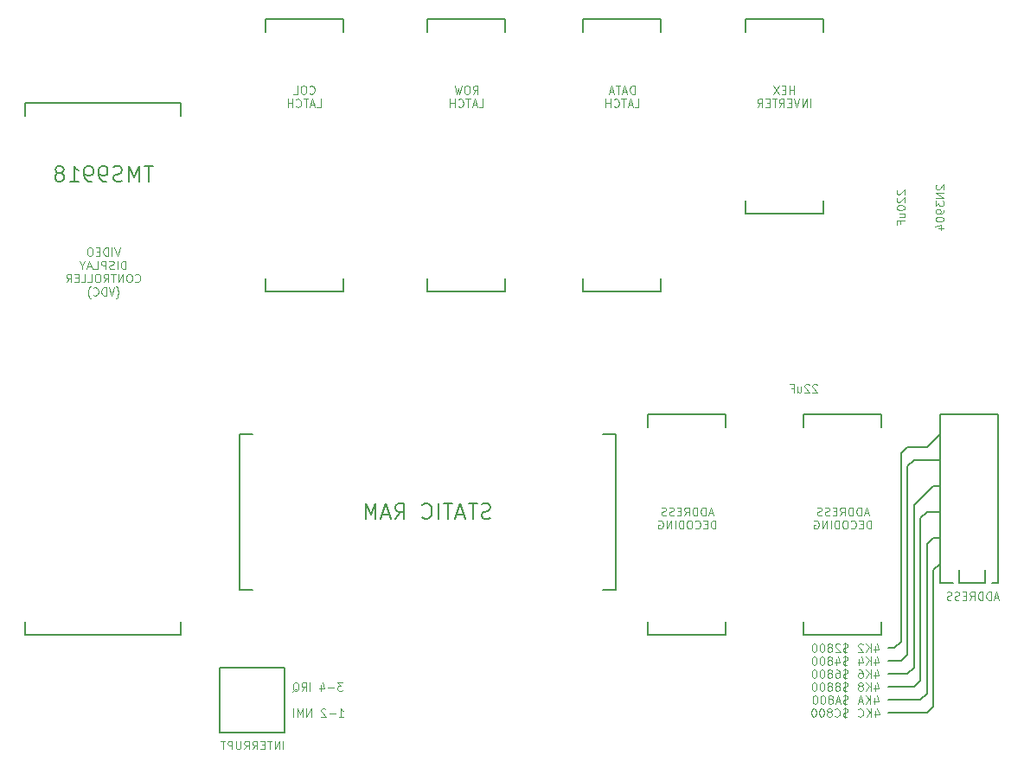
<source format=gbo>
G04 #@! TF.FileFunction,Legend,Bot*
%FSLAX46Y46*%
G04 Gerber Fmt 4.6, Leading zero omitted, Abs format (unit mm)*
G04 Created by KiCad (PCBNEW 4.0.7) date 01/29/20 23:24:51*
%MOMM*%
%LPD*%
G01*
G04 APERTURE LIST*
%ADD10C,0.100000*%
%ADD11C,0.200000*%
%ADD12C,0.150000*%
G04 APERTURE END LIST*
D10*
X123659524Y-144506905D02*
X123659524Y-143706905D01*
X123278572Y-144506905D02*
X123278572Y-143706905D01*
X122821429Y-144506905D01*
X122821429Y-143706905D01*
X122554763Y-143706905D02*
X122097620Y-143706905D01*
X122326191Y-144506905D02*
X122326191Y-143706905D01*
X121830953Y-144087857D02*
X121564286Y-144087857D01*
X121450000Y-144506905D02*
X121830953Y-144506905D01*
X121830953Y-143706905D01*
X121450000Y-143706905D01*
X120650000Y-144506905D02*
X120916667Y-144125952D01*
X121107143Y-144506905D02*
X121107143Y-143706905D01*
X120802381Y-143706905D01*
X120726190Y-143745000D01*
X120688095Y-143783095D01*
X120650000Y-143859286D01*
X120650000Y-143973571D01*
X120688095Y-144049762D01*
X120726190Y-144087857D01*
X120802381Y-144125952D01*
X121107143Y-144125952D01*
X119850000Y-144506905D02*
X120116667Y-144125952D01*
X120307143Y-144506905D02*
X120307143Y-143706905D01*
X120002381Y-143706905D01*
X119926190Y-143745000D01*
X119888095Y-143783095D01*
X119850000Y-143859286D01*
X119850000Y-143973571D01*
X119888095Y-144049762D01*
X119926190Y-144087857D01*
X120002381Y-144125952D01*
X120307143Y-144125952D01*
X119507143Y-143706905D02*
X119507143Y-144354524D01*
X119469048Y-144430714D01*
X119430952Y-144468810D01*
X119354762Y-144506905D01*
X119202381Y-144506905D01*
X119126190Y-144468810D01*
X119088095Y-144430714D01*
X119050000Y-144354524D01*
X119050000Y-143706905D01*
X118669048Y-144506905D02*
X118669048Y-143706905D01*
X118364286Y-143706905D01*
X118288095Y-143745000D01*
X118250000Y-143783095D01*
X118211905Y-143859286D01*
X118211905Y-143973571D01*
X118250000Y-144049762D01*
X118288095Y-144087857D01*
X118364286Y-144125952D01*
X118669048Y-144125952D01*
X117983334Y-143706905D02*
X117526191Y-143706905D01*
X117754762Y-144506905D02*
X117754762Y-143706905D01*
X129488571Y-137991905D02*
X128993333Y-137991905D01*
X129260000Y-138296667D01*
X129145714Y-138296667D01*
X129069524Y-138334762D01*
X129031428Y-138372857D01*
X128993333Y-138449048D01*
X128993333Y-138639524D01*
X129031428Y-138715714D01*
X129069524Y-138753810D01*
X129145714Y-138791905D01*
X129374286Y-138791905D01*
X129450476Y-138753810D01*
X129488571Y-138715714D01*
X128650476Y-138487143D02*
X128040952Y-138487143D01*
X127317143Y-138258571D02*
X127317143Y-138791905D01*
X127507619Y-137953810D02*
X127698095Y-138525238D01*
X127202857Y-138525238D01*
X126288571Y-138791905D02*
X126288571Y-137991905D01*
X125450476Y-138791905D02*
X125717143Y-138410952D01*
X125907619Y-138791905D02*
X125907619Y-137991905D01*
X125602857Y-137991905D01*
X125526666Y-138030000D01*
X125488571Y-138068095D01*
X125450476Y-138144286D01*
X125450476Y-138258571D01*
X125488571Y-138334762D01*
X125526666Y-138372857D01*
X125602857Y-138410952D01*
X125907619Y-138410952D01*
X124574285Y-138868095D02*
X124650476Y-138830000D01*
X124726666Y-138753810D01*
X124840952Y-138639524D01*
X124917143Y-138601429D01*
X124993333Y-138601429D01*
X124955238Y-138791905D02*
X125031428Y-138753810D01*
X125107619Y-138677619D01*
X125145714Y-138525238D01*
X125145714Y-138258571D01*
X125107619Y-138106190D01*
X125031428Y-138030000D01*
X124955238Y-137991905D01*
X124802857Y-137991905D01*
X124726666Y-138030000D01*
X124650476Y-138106190D01*
X124612381Y-138258571D01*
X124612381Y-138525238D01*
X124650476Y-138677619D01*
X124726666Y-138753810D01*
X124802857Y-138791905D01*
X124955238Y-138791905D01*
X129107619Y-141331905D02*
X129564762Y-141331905D01*
X129336191Y-141331905D02*
X129336191Y-140531905D01*
X129412381Y-140646190D01*
X129488572Y-140722381D01*
X129564762Y-140760476D01*
X128764762Y-141027143D02*
X128155238Y-141027143D01*
X127812381Y-140608095D02*
X127774286Y-140570000D01*
X127698095Y-140531905D01*
X127507619Y-140531905D01*
X127431429Y-140570000D01*
X127393333Y-140608095D01*
X127355238Y-140684286D01*
X127355238Y-140760476D01*
X127393333Y-140874762D01*
X127850476Y-141331905D01*
X127355238Y-141331905D01*
X126402857Y-141331905D02*
X126402857Y-140531905D01*
X125945714Y-141331905D01*
X125945714Y-140531905D01*
X125564762Y-141331905D02*
X125564762Y-140531905D01*
X125298095Y-141103333D01*
X125031428Y-140531905D01*
X125031428Y-141331905D01*
X124650476Y-141331905D02*
X124650476Y-140531905D01*
D11*
X117475000Y-142875000D02*
X117475000Y-136525000D01*
X123825000Y-142875000D02*
X117475000Y-142875000D01*
X123825000Y-136525000D02*
X123825000Y-142875000D01*
X117475000Y-136525000D02*
X123825000Y-136525000D01*
D10*
X193649286Y-129673333D02*
X193268334Y-129673333D01*
X193725477Y-129901905D02*
X193458810Y-129101905D01*
X193192143Y-129901905D01*
X192925477Y-129901905D02*
X192925477Y-129101905D01*
X192735001Y-129101905D01*
X192620715Y-129140000D01*
X192544524Y-129216190D01*
X192506429Y-129292381D01*
X192468334Y-129444762D01*
X192468334Y-129559048D01*
X192506429Y-129711429D01*
X192544524Y-129787619D01*
X192620715Y-129863810D01*
X192735001Y-129901905D01*
X192925477Y-129901905D01*
X192125477Y-129901905D02*
X192125477Y-129101905D01*
X191935001Y-129101905D01*
X191820715Y-129140000D01*
X191744524Y-129216190D01*
X191706429Y-129292381D01*
X191668334Y-129444762D01*
X191668334Y-129559048D01*
X191706429Y-129711429D01*
X191744524Y-129787619D01*
X191820715Y-129863810D01*
X191935001Y-129901905D01*
X192125477Y-129901905D01*
X190868334Y-129901905D02*
X191135001Y-129520952D01*
X191325477Y-129901905D02*
X191325477Y-129101905D01*
X191020715Y-129101905D01*
X190944524Y-129140000D01*
X190906429Y-129178095D01*
X190868334Y-129254286D01*
X190868334Y-129368571D01*
X190906429Y-129444762D01*
X190944524Y-129482857D01*
X191020715Y-129520952D01*
X191325477Y-129520952D01*
X190525477Y-129482857D02*
X190258810Y-129482857D01*
X190144524Y-129901905D02*
X190525477Y-129901905D01*
X190525477Y-129101905D01*
X190144524Y-129101905D01*
X189839762Y-129863810D02*
X189725476Y-129901905D01*
X189535000Y-129901905D01*
X189458810Y-129863810D01*
X189420714Y-129825714D01*
X189382619Y-129749524D01*
X189382619Y-129673333D01*
X189420714Y-129597143D01*
X189458810Y-129559048D01*
X189535000Y-129520952D01*
X189687381Y-129482857D01*
X189763572Y-129444762D01*
X189801667Y-129406667D01*
X189839762Y-129330476D01*
X189839762Y-129254286D01*
X189801667Y-129178095D01*
X189763572Y-129140000D01*
X189687381Y-129101905D01*
X189496905Y-129101905D01*
X189382619Y-129140000D01*
X189077857Y-129863810D02*
X188963571Y-129901905D01*
X188773095Y-129901905D01*
X188696905Y-129863810D01*
X188658809Y-129825714D01*
X188620714Y-129749524D01*
X188620714Y-129673333D01*
X188658809Y-129597143D01*
X188696905Y-129559048D01*
X188773095Y-129520952D01*
X188925476Y-129482857D01*
X189001667Y-129444762D01*
X189039762Y-129406667D01*
X189077857Y-129330476D01*
X189077857Y-129254286D01*
X189039762Y-129178095D01*
X189001667Y-129140000D01*
X188925476Y-129101905D01*
X188735000Y-129101905D01*
X188620714Y-129140000D01*
X178917619Y-137483810D02*
X178803333Y-137521905D01*
X178612857Y-137521905D01*
X178536667Y-137483810D01*
X178498571Y-137445714D01*
X178460476Y-137369524D01*
X178460476Y-137293333D01*
X178498571Y-137217143D01*
X178536667Y-137179048D01*
X178612857Y-137140952D01*
X178765238Y-137102857D01*
X178841429Y-137064762D01*
X178879524Y-137026667D01*
X178917619Y-136950476D01*
X178917619Y-136874286D01*
X178879524Y-136798095D01*
X178841429Y-136760000D01*
X178765238Y-136721905D01*
X178574762Y-136721905D01*
X178460476Y-136760000D01*
X178689048Y-136607619D02*
X178689048Y-137636190D01*
X177774762Y-136721905D02*
X177927143Y-136721905D01*
X178003333Y-136760000D01*
X178041428Y-136798095D01*
X178117619Y-136912381D01*
X178155714Y-137064762D01*
X178155714Y-137369524D01*
X178117619Y-137445714D01*
X178079524Y-137483810D01*
X178003333Y-137521905D01*
X177850952Y-137521905D01*
X177774762Y-137483810D01*
X177736666Y-137445714D01*
X177698571Y-137369524D01*
X177698571Y-137179048D01*
X177736666Y-137102857D01*
X177774762Y-137064762D01*
X177850952Y-137026667D01*
X178003333Y-137026667D01*
X178079524Y-137064762D01*
X178117619Y-137102857D01*
X178155714Y-137179048D01*
X177241428Y-137064762D02*
X177317619Y-137026667D01*
X177355714Y-136988571D01*
X177393809Y-136912381D01*
X177393809Y-136874286D01*
X177355714Y-136798095D01*
X177317619Y-136760000D01*
X177241428Y-136721905D01*
X177089047Y-136721905D01*
X177012857Y-136760000D01*
X176974761Y-136798095D01*
X176936666Y-136874286D01*
X176936666Y-136912381D01*
X176974761Y-136988571D01*
X177012857Y-137026667D01*
X177089047Y-137064762D01*
X177241428Y-137064762D01*
X177317619Y-137102857D01*
X177355714Y-137140952D01*
X177393809Y-137217143D01*
X177393809Y-137369524D01*
X177355714Y-137445714D01*
X177317619Y-137483810D01*
X177241428Y-137521905D01*
X177089047Y-137521905D01*
X177012857Y-137483810D01*
X176974761Y-137445714D01*
X176936666Y-137369524D01*
X176936666Y-137217143D01*
X176974761Y-137140952D01*
X177012857Y-137102857D01*
X177089047Y-137064762D01*
X176441428Y-136721905D02*
X176365237Y-136721905D01*
X176289047Y-136760000D01*
X176250952Y-136798095D01*
X176212856Y-136874286D01*
X176174761Y-137026667D01*
X176174761Y-137217143D01*
X176212856Y-137369524D01*
X176250952Y-137445714D01*
X176289047Y-137483810D01*
X176365237Y-137521905D01*
X176441428Y-137521905D01*
X176517618Y-137483810D01*
X176555714Y-137445714D01*
X176593809Y-137369524D01*
X176631904Y-137217143D01*
X176631904Y-137026667D01*
X176593809Y-136874286D01*
X176555714Y-136798095D01*
X176517618Y-136760000D01*
X176441428Y-136721905D01*
X175679523Y-136721905D02*
X175603332Y-136721905D01*
X175527142Y-136760000D01*
X175489047Y-136798095D01*
X175450951Y-136874286D01*
X175412856Y-137026667D01*
X175412856Y-137217143D01*
X175450951Y-137369524D01*
X175489047Y-137445714D01*
X175527142Y-137483810D01*
X175603332Y-137521905D01*
X175679523Y-137521905D01*
X175755713Y-137483810D01*
X175793809Y-137445714D01*
X175831904Y-137369524D01*
X175869999Y-137217143D01*
X175869999Y-137026667D01*
X175831904Y-136874286D01*
X175793809Y-136798095D01*
X175755713Y-136760000D01*
X175679523Y-136721905D01*
X178917619Y-136213810D02*
X178803333Y-136251905D01*
X178612857Y-136251905D01*
X178536667Y-136213810D01*
X178498571Y-136175714D01*
X178460476Y-136099524D01*
X178460476Y-136023333D01*
X178498571Y-135947143D01*
X178536667Y-135909048D01*
X178612857Y-135870952D01*
X178765238Y-135832857D01*
X178841429Y-135794762D01*
X178879524Y-135756667D01*
X178917619Y-135680476D01*
X178917619Y-135604286D01*
X178879524Y-135528095D01*
X178841429Y-135490000D01*
X178765238Y-135451905D01*
X178574762Y-135451905D01*
X178460476Y-135490000D01*
X178689048Y-135337619D02*
X178689048Y-136366190D01*
X177774762Y-135718571D02*
X177774762Y-136251905D01*
X177965238Y-135413810D02*
X178155714Y-135985238D01*
X177660476Y-135985238D01*
X177241428Y-135794762D02*
X177317619Y-135756667D01*
X177355714Y-135718571D01*
X177393809Y-135642381D01*
X177393809Y-135604286D01*
X177355714Y-135528095D01*
X177317619Y-135490000D01*
X177241428Y-135451905D01*
X177089047Y-135451905D01*
X177012857Y-135490000D01*
X176974761Y-135528095D01*
X176936666Y-135604286D01*
X176936666Y-135642381D01*
X176974761Y-135718571D01*
X177012857Y-135756667D01*
X177089047Y-135794762D01*
X177241428Y-135794762D01*
X177317619Y-135832857D01*
X177355714Y-135870952D01*
X177393809Y-135947143D01*
X177393809Y-136099524D01*
X177355714Y-136175714D01*
X177317619Y-136213810D01*
X177241428Y-136251905D01*
X177089047Y-136251905D01*
X177012857Y-136213810D01*
X176974761Y-136175714D01*
X176936666Y-136099524D01*
X176936666Y-135947143D01*
X176974761Y-135870952D01*
X177012857Y-135832857D01*
X177089047Y-135794762D01*
X176441428Y-135451905D02*
X176365237Y-135451905D01*
X176289047Y-135490000D01*
X176250952Y-135528095D01*
X176212856Y-135604286D01*
X176174761Y-135756667D01*
X176174761Y-135947143D01*
X176212856Y-136099524D01*
X176250952Y-136175714D01*
X176289047Y-136213810D01*
X176365237Y-136251905D01*
X176441428Y-136251905D01*
X176517618Y-136213810D01*
X176555714Y-136175714D01*
X176593809Y-136099524D01*
X176631904Y-135947143D01*
X176631904Y-135756667D01*
X176593809Y-135604286D01*
X176555714Y-135528095D01*
X176517618Y-135490000D01*
X176441428Y-135451905D01*
X175679523Y-135451905D02*
X175603332Y-135451905D01*
X175527142Y-135490000D01*
X175489047Y-135528095D01*
X175450951Y-135604286D01*
X175412856Y-135756667D01*
X175412856Y-135947143D01*
X175450951Y-136099524D01*
X175489047Y-136175714D01*
X175527142Y-136213810D01*
X175603332Y-136251905D01*
X175679523Y-136251905D01*
X175755713Y-136213810D01*
X175793809Y-136175714D01*
X175831904Y-136099524D01*
X175869999Y-135947143D01*
X175869999Y-135756667D01*
X175831904Y-135604286D01*
X175793809Y-135528095D01*
X175755713Y-135490000D01*
X175679523Y-135451905D01*
X178917619Y-134943810D02*
X178803333Y-134981905D01*
X178612857Y-134981905D01*
X178536667Y-134943810D01*
X178498571Y-134905714D01*
X178460476Y-134829524D01*
X178460476Y-134753333D01*
X178498571Y-134677143D01*
X178536667Y-134639048D01*
X178612857Y-134600952D01*
X178765238Y-134562857D01*
X178841429Y-134524762D01*
X178879524Y-134486667D01*
X178917619Y-134410476D01*
X178917619Y-134334286D01*
X178879524Y-134258095D01*
X178841429Y-134220000D01*
X178765238Y-134181905D01*
X178574762Y-134181905D01*
X178460476Y-134220000D01*
X178689048Y-134067619D02*
X178689048Y-135096190D01*
X178155714Y-134258095D02*
X178117619Y-134220000D01*
X178041428Y-134181905D01*
X177850952Y-134181905D01*
X177774762Y-134220000D01*
X177736666Y-134258095D01*
X177698571Y-134334286D01*
X177698571Y-134410476D01*
X177736666Y-134524762D01*
X178193809Y-134981905D01*
X177698571Y-134981905D01*
X177241428Y-134524762D02*
X177317619Y-134486667D01*
X177355714Y-134448571D01*
X177393809Y-134372381D01*
X177393809Y-134334286D01*
X177355714Y-134258095D01*
X177317619Y-134220000D01*
X177241428Y-134181905D01*
X177089047Y-134181905D01*
X177012857Y-134220000D01*
X176974761Y-134258095D01*
X176936666Y-134334286D01*
X176936666Y-134372381D01*
X176974761Y-134448571D01*
X177012857Y-134486667D01*
X177089047Y-134524762D01*
X177241428Y-134524762D01*
X177317619Y-134562857D01*
X177355714Y-134600952D01*
X177393809Y-134677143D01*
X177393809Y-134829524D01*
X177355714Y-134905714D01*
X177317619Y-134943810D01*
X177241428Y-134981905D01*
X177089047Y-134981905D01*
X177012857Y-134943810D01*
X176974761Y-134905714D01*
X176936666Y-134829524D01*
X176936666Y-134677143D01*
X176974761Y-134600952D01*
X177012857Y-134562857D01*
X177089047Y-134524762D01*
X176441428Y-134181905D02*
X176365237Y-134181905D01*
X176289047Y-134220000D01*
X176250952Y-134258095D01*
X176212856Y-134334286D01*
X176174761Y-134486667D01*
X176174761Y-134677143D01*
X176212856Y-134829524D01*
X176250952Y-134905714D01*
X176289047Y-134943810D01*
X176365237Y-134981905D01*
X176441428Y-134981905D01*
X176517618Y-134943810D01*
X176555714Y-134905714D01*
X176593809Y-134829524D01*
X176631904Y-134677143D01*
X176631904Y-134486667D01*
X176593809Y-134334286D01*
X176555714Y-134258095D01*
X176517618Y-134220000D01*
X176441428Y-134181905D01*
X175679523Y-134181905D02*
X175603332Y-134181905D01*
X175527142Y-134220000D01*
X175489047Y-134258095D01*
X175450951Y-134334286D01*
X175412856Y-134486667D01*
X175412856Y-134677143D01*
X175450951Y-134829524D01*
X175489047Y-134905714D01*
X175527142Y-134943810D01*
X175603332Y-134981905D01*
X175679523Y-134981905D01*
X175755713Y-134943810D01*
X175793809Y-134905714D01*
X175831904Y-134829524D01*
X175869999Y-134677143D01*
X175869999Y-134486667D01*
X175831904Y-134334286D01*
X175793809Y-134258095D01*
X175755713Y-134220000D01*
X175679523Y-134181905D01*
X178917619Y-138753810D02*
X178803333Y-138791905D01*
X178612857Y-138791905D01*
X178536667Y-138753810D01*
X178498571Y-138715714D01*
X178460476Y-138639524D01*
X178460476Y-138563333D01*
X178498571Y-138487143D01*
X178536667Y-138449048D01*
X178612857Y-138410952D01*
X178765238Y-138372857D01*
X178841429Y-138334762D01*
X178879524Y-138296667D01*
X178917619Y-138220476D01*
X178917619Y-138144286D01*
X178879524Y-138068095D01*
X178841429Y-138030000D01*
X178765238Y-137991905D01*
X178574762Y-137991905D01*
X178460476Y-138030000D01*
X178689048Y-137877619D02*
X178689048Y-138906190D01*
X178003333Y-138334762D02*
X178079524Y-138296667D01*
X178117619Y-138258571D01*
X178155714Y-138182381D01*
X178155714Y-138144286D01*
X178117619Y-138068095D01*
X178079524Y-138030000D01*
X178003333Y-137991905D01*
X177850952Y-137991905D01*
X177774762Y-138030000D01*
X177736666Y-138068095D01*
X177698571Y-138144286D01*
X177698571Y-138182381D01*
X177736666Y-138258571D01*
X177774762Y-138296667D01*
X177850952Y-138334762D01*
X178003333Y-138334762D01*
X178079524Y-138372857D01*
X178117619Y-138410952D01*
X178155714Y-138487143D01*
X178155714Y-138639524D01*
X178117619Y-138715714D01*
X178079524Y-138753810D01*
X178003333Y-138791905D01*
X177850952Y-138791905D01*
X177774762Y-138753810D01*
X177736666Y-138715714D01*
X177698571Y-138639524D01*
X177698571Y-138487143D01*
X177736666Y-138410952D01*
X177774762Y-138372857D01*
X177850952Y-138334762D01*
X177241428Y-138334762D02*
X177317619Y-138296667D01*
X177355714Y-138258571D01*
X177393809Y-138182381D01*
X177393809Y-138144286D01*
X177355714Y-138068095D01*
X177317619Y-138030000D01*
X177241428Y-137991905D01*
X177089047Y-137991905D01*
X177012857Y-138030000D01*
X176974761Y-138068095D01*
X176936666Y-138144286D01*
X176936666Y-138182381D01*
X176974761Y-138258571D01*
X177012857Y-138296667D01*
X177089047Y-138334762D01*
X177241428Y-138334762D01*
X177317619Y-138372857D01*
X177355714Y-138410952D01*
X177393809Y-138487143D01*
X177393809Y-138639524D01*
X177355714Y-138715714D01*
X177317619Y-138753810D01*
X177241428Y-138791905D01*
X177089047Y-138791905D01*
X177012857Y-138753810D01*
X176974761Y-138715714D01*
X176936666Y-138639524D01*
X176936666Y-138487143D01*
X176974761Y-138410952D01*
X177012857Y-138372857D01*
X177089047Y-138334762D01*
X176441428Y-137991905D02*
X176365237Y-137991905D01*
X176289047Y-138030000D01*
X176250952Y-138068095D01*
X176212856Y-138144286D01*
X176174761Y-138296667D01*
X176174761Y-138487143D01*
X176212856Y-138639524D01*
X176250952Y-138715714D01*
X176289047Y-138753810D01*
X176365237Y-138791905D01*
X176441428Y-138791905D01*
X176517618Y-138753810D01*
X176555714Y-138715714D01*
X176593809Y-138639524D01*
X176631904Y-138487143D01*
X176631904Y-138296667D01*
X176593809Y-138144286D01*
X176555714Y-138068095D01*
X176517618Y-138030000D01*
X176441428Y-137991905D01*
X175679523Y-137991905D02*
X175603332Y-137991905D01*
X175527142Y-138030000D01*
X175489047Y-138068095D01*
X175450951Y-138144286D01*
X175412856Y-138296667D01*
X175412856Y-138487143D01*
X175450951Y-138639524D01*
X175489047Y-138715714D01*
X175527142Y-138753810D01*
X175603332Y-138791905D01*
X175679523Y-138791905D01*
X175755713Y-138753810D01*
X175793809Y-138715714D01*
X175831904Y-138639524D01*
X175869999Y-138487143D01*
X175869999Y-138296667D01*
X175831904Y-138144286D01*
X175793809Y-138068095D01*
X175755713Y-138030000D01*
X175679523Y-137991905D01*
X178917619Y-140023810D02*
X178803333Y-140061905D01*
X178612857Y-140061905D01*
X178536667Y-140023810D01*
X178498571Y-139985714D01*
X178460476Y-139909524D01*
X178460476Y-139833333D01*
X178498571Y-139757143D01*
X178536667Y-139719048D01*
X178612857Y-139680952D01*
X178765238Y-139642857D01*
X178841429Y-139604762D01*
X178879524Y-139566667D01*
X178917619Y-139490476D01*
X178917619Y-139414286D01*
X178879524Y-139338095D01*
X178841429Y-139300000D01*
X178765238Y-139261905D01*
X178574762Y-139261905D01*
X178460476Y-139300000D01*
X178689048Y-139147619D02*
X178689048Y-140176190D01*
X178155714Y-139833333D02*
X177774762Y-139833333D01*
X178231905Y-140061905D02*
X177965238Y-139261905D01*
X177698571Y-140061905D01*
X177317619Y-139604762D02*
X177393810Y-139566667D01*
X177431905Y-139528571D01*
X177470000Y-139452381D01*
X177470000Y-139414286D01*
X177431905Y-139338095D01*
X177393810Y-139300000D01*
X177317619Y-139261905D01*
X177165238Y-139261905D01*
X177089048Y-139300000D01*
X177050952Y-139338095D01*
X177012857Y-139414286D01*
X177012857Y-139452381D01*
X177050952Y-139528571D01*
X177089048Y-139566667D01*
X177165238Y-139604762D01*
X177317619Y-139604762D01*
X177393810Y-139642857D01*
X177431905Y-139680952D01*
X177470000Y-139757143D01*
X177470000Y-139909524D01*
X177431905Y-139985714D01*
X177393810Y-140023810D01*
X177317619Y-140061905D01*
X177165238Y-140061905D01*
X177089048Y-140023810D01*
X177050952Y-139985714D01*
X177012857Y-139909524D01*
X177012857Y-139757143D01*
X177050952Y-139680952D01*
X177089048Y-139642857D01*
X177165238Y-139604762D01*
X176517619Y-139261905D02*
X176441428Y-139261905D01*
X176365238Y-139300000D01*
X176327143Y-139338095D01*
X176289047Y-139414286D01*
X176250952Y-139566667D01*
X176250952Y-139757143D01*
X176289047Y-139909524D01*
X176327143Y-139985714D01*
X176365238Y-140023810D01*
X176441428Y-140061905D01*
X176517619Y-140061905D01*
X176593809Y-140023810D01*
X176631905Y-139985714D01*
X176670000Y-139909524D01*
X176708095Y-139757143D01*
X176708095Y-139566667D01*
X176670000Y-139414286D01*
X176631905Y-139338095D01*
X176593809Y-139300000D01*
X176517619Y-139261905D01*
X175755714Y-139261905D02*
X175679523Y-139261905D01*
X175603333Y-139300000D01*
X175565238Y-139338095D01*
X175527142Y-139414286D01*
X175489047Y-139566667D01*
X175489047Y-139757143D01*
X175527142Y-139909524D01*
X175565238Y-139985714D01*
X175603333Y-140023810D01*
X175679523Y-140061905D01*
X175755714Y-140061905D01*
X175831904Y-140023810D01*
X175870000Y-139985714D01*
X175908095Y-139909524D01*
X175946190Y-139757143D01*
X175946190Y-139566667D01*
X175908095Y-139414286D01*
X175870000Y-139338095D01*
X175831904Y-139300000D01*
X175755714Y-139261905D01*
X178917619Y-141293810D02*
X178803333Y-141331905D01*
X178612857Y-141331905D01*
X178536667Y-141293810D01*
X178498571Y-141255714D01*
X178460476Y-141179524D01*
X178460476Y-141103333D01*
X178498571Y-141027143D01*
X178536667Y-140989048D01*
X178612857Y-140950952D01*
X178765238Y-140912857D01*
X178841429Y-140874762D01*
X178879524Y-140836667D01*
X178917619Y-140760476D01*
X178917619Y-140684286D01*
X178879524Y-140608095D01*
X178841429Y-140570000D01*
X178765238Y-140531905D01*
X178574762Y-140531905D01*
X178460476Y-140570000D01*
X178689048Y-140417619D02*
X178689048Y-141446190D01*
X177660476Y-141255714D02*
X177698571Y-141293810D01*
X177812857Y-141331905D01*
X177889047Y-141331905D01*
X178003333Y-141293810D01*
X178079524Y-141217619D01*
X178117619Y-141141429D01*
X178155714Y-140989048D01*
X178155714Y-140874762D01*
X178117619Y-140722381D01*
X178079524Y-140646190D01*
X178003333Y-140570000D01*
X177889047Y-140531905D01*
X177812857Y-140531905D01*
X177698571Y-140570000D01*
X177660476Y-140608095D01*
X177203333Y-140874762D02*
X177279524Y-140836667D01*
X177317619Y-140798571D01*
X177355714Y-140722381D01*
X177355714Y-140684286D01*
X177317619Y-140608095D01*
X177279524Y-140570000D01*
X177203333Y-140531905D01*
X177050952Y-140531905D01*
X176974762Y-140570000D01*
X176936666Y-140608095D01*
X176898571Y-140684286D01*
X176898571Y-140722381D01*
X176936666Y-140798571D01*
X176974762Y-140836667D01*
X177050952Y-140874762D01*
X177203333Y-140874762D01*
X177279524Y-140912857D01*
X177317619Y-140950952D01*
X177355714Y-141027143D01*
X177355714Y-141179524D01*
X177317619Y-141255714D01*
X177279524Y-141293810D01*
X177203333Y-141331905D01*
X177050952Y-141331905D01*
X176974762Y-141293810D01*
X176936666Y-141255714D01*
X176898571Y-141179524D01*
X176898571Y-141027143D01*
X176936666Y-140950952D01*
X176974762Y-140912857D01*
X177050952Y-140874762D01*
X176403333Y-140531905D02*
X176327142Y-140531905D01*
X176250952Y-140570000D01*
X176212857Y-140608095D01*
X176174761Y-140684286D01*
X176136666Y-140836667D01*
X176136666Y-141027143D01*
X176174761Y-141179524D01*
X176212857Y-141255714D01*
X176250952Y-141293810D01*
X176327142Y-141331905D01*
X176403333Y-141331905D01*
X176479523Y-141293810D01*
X176517619Y-141255714D01*
X176555714Y-141179524D01*
X176593809Y-141027143D01*
X176593809Y-140836667D01*
X176555714Y-140684286D01*
X176517619Y-140608095D01*
X176479523Y-140570000D01*
X176403333Y-140531905D01*
X175641428Y-140531905D02*
X175565237Y-140531905D01*
X175489047Y-140570000D01*
X175450952Y-140608095D01*
X175412856Y-140684286D01*
X175374761Y-140836667D01*
X175374761Y-141027143D01*
X175412856Y-141179524D01*
X175450952Y-141255714D01*
X175489047Y-141293810D01*
X175565237Y-141331905D01*
X175641428Y-141331905D01*
X175717618Y-141293810D01*
X175755714Y-141255714D01*
X175793809Y-141179524D01*
X175831904Y-141027143D01*
X175831904Y-140836667D01*
X175793809Y-140684286D01*
X175755714Y-140608095D01*
X175717618Y-140570000D01*
X175641428Y-140531905D01*
D11*
X182880000Y-140970000D02*
X186690000Y-140970000D01*
X182880000Y-139700000D02*
X186055000Y-139700000D01*
X182880000Y-138430000D02*
X185420000Y-138430000D01*
X182880000Y-137160000D02*
X184785000Y-137160000D01*
X182880000Y-135890000D02*
X184150000Y-135890000D01*
X183515000Y-134620000D02*
X182880000Y-134620000D01*
X187325000Y-140335000D02*
X186690000Y-140970000D01*
X187325000Y-127000000D02*
X187325000Y-140335000D01*
X187960000Y-126365000D02*
X187325000Y-127000000D01*
X187325000Y-123825000D02*
X187960000Y-123825000D01*
X186690000Y-124460000D02*
X187325000Y-123825000D01*
X186690000Y-139065000D02*
X186690000Y-124460000D01*
X186055000Y-139700000D02*
X186690000Y-139065000D01*
X186055000Y-137795000D02*
X185420000Y-138430000D01*
X186055000Y-121920000D02*
X186055000Y-137795000D01*
X186690000Y-121285000D02*
X186055000Y-121920000D01*
X187960000Y-121285000D02*
X186690000Y-121285000D01*
X187325000Y-118745000D02*
X186055000Y-120015000D01*
X187960000Y-118745000D02*
X187325000Y-118745000D01*
X193675000Y-111760000D02*
X187960000Y-111760000D01*
X193675000Y-128270000D02*
X193675000Y-111760000D01*
X193040000Y-128270000D02*
X193675000Y-128270000D01*
X187960000Y-128270000D02*
X189230000Y-128270000D01*
X192405000Y-128270000D02*
X192405000Y-127000000D01*
X189865000Y-128270000D02*
X192405000Y-128270000D01*
X189865000Y-127000000D02*
X189865000Y-128270000D01*
X187960000Y-111760000D02*
X187960000Y-128270000D01*
X185420000Y-136525000D02*
X184785000Y-137160000D01*
X185420000Y-120650000D02*
X185420000Y-136525000D01*
X186055000Y-120015000D02*
X185420000Y-120650000D01*
X184785000Y-135255000D02*
X184150000Y-135890000D01*
X184785000Y-116840000D02*
X184785000Y-135255000D01*
X185420000Y-116205000D02*
X184785000Y-116840000D01*
X187960000Y-116205000D02*
X185420000Y-116205000D01*
X184150000Y-133985000D02*
X183515000Y-134620000D01*
X184150000Y-115570000D02*
X184150000Y-133985000D01*
X184785000Y-114935000D02*
X184150000Y-115570000D01*
X186690000Y-114935000D02*
X184785000Y-114935000D01*
X187960000Y-113665000D02*
X186690000Y-114935000D01*
D10*
X181622619Y-140798571D02*
X181622619Y-141331905D01*
X181813095Y-140493810D02*
X182003571Y-141065238D01*
X181508333Y-141065238D01*
X181203571Y-141331905D02*
X181203571Y-140531905D01*
X180746428Y-141331905D02*
X181089285Y-140874762D01*
X180746428Y-140531905D02*
X181203571Y-140989048D01*
X179946428Y-141255714D02*
X179984523Y-141293810D01*
X180098809Y-141331905D01*
X180174999Y-141331905D01*
X180289285Y-141293810D01*
X180365476Y-141217619D01*
X180403571Y-141141429D01*
X180441666Y-140989048D01*
X180441666Y-140874762D01*
X180403571Y-140722381D01*
X180365476Y-140646190D01*
X180289285Y-140570000D01*
X180174999Y-140531905D01*
X180098809Y-140531905D01*
X179984523Y-140570000D01*
X179946428Y-140608095D01*
X181565476Y-139528571D02*
X181565476Y-140061905D01*
X181755952Y-139223810D02*
X181946428Y-139795238D01*
X181451190Y-139795238D01*
X181146428Y-140061905D02*
X181146428Y-139261905D01*
X180689285Y-140061905D02*
X181032142Y-139604762D01*
X180689285Y-139261905D02*
X181146428Y-139719048D01*
X180384523Y-139833333D02*
X180003571Y-139833333D01*
X180460714Y-140061905D02*
X180194047Y-139261905D01*
X179927380Y-140061905D01*
X181603572Y-138258571D02*
X181603572Y-138791905D01*
X181794048Y-137953810D02*
X181984524Y-138525238D01*
X181489286Y-138525238D01*
X181184524Y-138791905D02*
X181184524Y-137991905D01*
X180727381Y-138791905D02*
X181070238Y-138334762D01*
X180727381Y-137991905D02*
X181184524Y-138449048D01*
X180270238Y-138334762D02*
X180346429Y-138296667D01*
X180384524Y-138258571D01*
X180422619Y-138182381D01*
X180422619Y-138144286D01*
X180384524Y-138068095D01*
X180346429Y-138030000D01*
X180270238Y-137991905D01*
X180117857Y-137991905D01*
X180041667Y-138030000D01*
X180003571Y-138068095D01*
X179965476Y-138144286D01*
X179965476Y-138182381D01*
X180003571Y-138258571D01*
X180041667Y-138296667D01*
X180117857Y-138334762D01*
X180270238Y-138334762D01*
X180346429Y-138372857D01*
X180384524Y-138410952D01*
X180422619Y-138487143D01*
X180422619Y-138639524D01*
X180384524Y-138715714D01*
X180346429Y-138753810D01*
X180270238Y-138791905D01*
X180117857Y-138791905D01*
X180041667Y-138753810D01*
X180003571Y-138715714D01*
X179965476Y-138639524D01*
X179965476Y-138487143D01*
X180003571Y-138410952D01*
X180041667Y-138372857D01*
X180117857Y-138334762D01*
X181603572Y-136988571D02*
X181603572Y-137521905D01*
X181794048Y-136683810D02*
X181984524Y-137255238D01*
X181489286Y-137255238D01*
X181184524Y-137521905D02*
X181184524Y-136721905D01*
X180727381Y-137521905D02*
X181070238Y-137064762D01*
X180727381Y-136721905D02*
X181184524Y-137179048D01*
X180041667Y-136721905D02*
X180194048Y-136721905D01*
X180270238Y-136760000D01*
X180308333Y-136798095D01*
X180384524Y-136912381D01*
X180422619Y-137064762D01*
X180422619Y-137369524D01*
X180384524Y-137445714D01*
X180346429Y-137483810D01*
X180270238Y-137521905D01*
X180117857Y-137521905D01*
X180041667Y-137483810D01*
X180003571Y-137445714D01*
X179965476Y-137369524D01*
X179965476Y-137179048D01*
X180003571Y-137102857D01*
X180041667Y-137064762D01*
X180117857Y-137026667D01*
X180270238Y-137026667D01*
X180346429Y-137064762D01*
X180384524Y-137102857D01*
X180422619Y-137179048D01*
X181603572Y-135718571D02*
X181603572Y-136251905D01*
X181794048Y-135413810D02*
X181984524Y-135985238D01*
X181489286Y-135985238D01*
X181184524Y-136251905D02*
X181184524Y-135451905D01*
X180727381Y-136251905D02*
X181070238Y-135794762D01*
X180727381Y-135451905D02*
X181184524Y-135909048D01*
X180041667Y-135718571D02*
X180041667Y-136251905D01*
X180232143Y-135413810D02*
X180422619Y-135985238D01*
X179927381Y-135985238D01*
X181603572Y-134448571D02*
X181603572Y-134981905D01*
X181794048Y-134143810D02*
X181984524Y-134715238D01*
X181489286Y-134715238D01*
X181184524Y-134981905D02*
X181184524Y-134181905D01*
X180727381Y-134981905D02*
X181070238Y-134524762D01*
X180727381Y-134181905D02*
X181184524Y-134639048D01*
X180422619Y-134258095D02*
X180384524Y-134220000D01*
X180308333Y-134181905D01*
X180117857Y-134181905D01*
X180041667Y-134220000D01*
X180003571Y-134258095D01*
X179965476Y-134334286D01*
X179965476Y-134410476D01*
X180003571Y-134524762D01*
X180460714Y-134981905D01*
X179965476Y-134981905D01*
D12*
X143937857Y-121892143D02*
X143723571Y-121963571D01*
X143366428Y-121963571D01*
X143223571Y-121892143D01*
X143152142Y-121820714D01*
X143080714Y-121677857D01*
X143080714Y-121535000D01*
X143152142Y-121392143D01*
X143223571Y-121320714D01*
X143366428Y-121249286D01*
X143652142Y-121177857D01*
X143795000Y-121106429D01*
X143866428Y-121035000D01*
X143937857Y-120892143D01*
X143937857Y-120749286D01*
X143866428Y-120606429D01*
X143795000Y-120535000D01*
X143652142Y-120463571D01*
X143295000Y-120463571D01*
X143080714Y-120535000D01*
X142652143Y-120463571D02*
X141795000Y-120463571D01*
X142223571Y-121963571D02*
X142223571Y-120463571D01*
X141366429Y-121535000D02*
X140652143Y-121535000D01*
X141509286Y-121963571D02*
X141009286Y-120463571D01*
X140509286Y-121963571D01*
X140223572Y-120463571D02*
X139366429Y-120463571D01*
X139795000Y-121963571D02*
X139795000Y-120463571D01*
X138866429Y-121963571D02*
X138866429Y-120463571D01*
X137295000Y-121820714D02*
X137366429Y-121892143D01*
X137580715Y-121963571D01*
X137723572Y-121963571D01*
X137937857Y-121892143D01*
X138080715Y-121749286D01*
X138152143Y-121606429D01*
X138223572Y-121320714D01*
X138223572Y-121106429D01*
X138152143Y-120820714D01*
X138080715Y-120677857D01*
X137937857Y-120535000D01*
X137723572Y-120463571D01*
X137580715Y-120463571D01*
X137366429Y-120535000D01*
X137295000Y-120606429D01*
X134652143Y-121963571D02*
X135152143Y-121249286D01*
X135509286Y-121963571D02*
X135509286Y-120463571D01*
X134937858Y-120463571D01*
X134795000Y-120535000D01*
X134723572Y-120606429D01*
X134652143Y-120749286D01*
X134652143Y-120963571D01*
X134723572Y-121106429D01*
X134795000Y-121177857D01*
X134937858Y-121249286D01*
X135509286Y-121249286D01*
X134080715Y-121535000D02*
X133366429Y-121535000D01*
X134223572Y-121963571D02*
X133723572Y-120463571D01*
X133223572Y-121963571D01*
X132723572Y-121963571D02*
X132723572Y-120463571D01*
X132223572Y-121535000D01*
X131723572Y-120463571D01*
X131723572Y-121963571D01*
D10*
X107683095Y-95401905D02*
X107416428Y-96201905D01*
X107149761Y-95401905D01*
X106883095Y-96201905D02*
X106883095Y-95401905D01*
X106502143Y-96201905D02*
X106502143Y-95401905D01*
X106311667Y-95401905D01*
X106197381Y-95440000D01*
X106121190Y-95516190D01*
X106083095Y-95592381D01*
X106045000Y-95744762D01*
X106045000Y-95859048D01*
X106083095Y-96011429D01*
X106121190Y-96087619D01*
X106197381Y-96163810D01*
X106311667Y-96201905D01*
X106502143Y-96201905D01*
X105702143Y-95782857D02*
X105435476Y-95782857D01*
X105321190Y-96201905D02*
X105702143Y-96201905D01*
X105702143Y-95401905D01*
X105321190Y-95401905D01*
X104825952Y-95401905D02*
X104673571Y-95401905D01*
X104597380Y-95440000D01*
X104521190Y-95516190D01*
X104483095Y-95668571D01*
X104483095Y-95935238D01*
X104521190Y-96087619D01*
X104597380Y-96163810D01*
X104673571Y-96201905D01*
X104825952Y-96201905D01*
X104902142Y-96163810D01*
X104978333Y-96087619D01*
X105016428Y-95935238D01*
X105016428Y-95668571D01*
X104978333Y-95516190D01*
X104902142Y-95440000D01*
X104825952Y-95401905D01*
X108235476Y-97501905D02*
X108235476Y-96701905D01*
X108045000Y-96701905D01*
X107930714Y-96740000D01*
X107854523Y-96816190D01*
X107816428Y-96892381D01*
X107778333Y-97044762D01*
X107778333Y-97159048D01*
X107816428Y-97311429D01*
X107854523Y-97387619D01*
X107930714Y-97463810D01*
X108045000Y-97501905D01*
X108235476Y-97501905D01*
X107435476Y-97501905D02*
X107435476Y-96701905D01*
X107092619Y-97463810D02*
X106978333Y-97501905D01*
X106787857Y-97501905D01*
X106711667Y-97463810D01*
X106673571Y-97425714D01*
X106635476Y-97349524D01*
X106635476Y-97273333D01*
X106673571Y-97197143D01*
X106711667Y-97159048D01*
X106787857Y-97120952D01*
X106940238Y-97082857D01*
X107016429Y-97044762D01*
X107054524Y-97006667D01*
X107092619Y-96930476D01*
X107092619Y-96854286D01*
X107054524Y-96778095D01*
X107016429Y-96740000D01*
X106940238Y-96701905D01*
X106749762Y-96701905D01*
X106635476Y-96740000D01*
X106292619Y-97501905D02*
X106292619Y-96701905D01*
X105987857Y-96701905D01*
X105911666Y-96740000D01*
X105873571Y-96778095D01*
X105835476Y-96854286D01*
X105835476Y-96968571D01*
X105873571Y-97044762D01*
X105911666Y-97082857D01*
X105987857Y-97120952D01*
X106292619Y-97120952D01*
X105111666Y-97501905D02*
X105492619Y-97501905D01*
X105492619Y-96701905D01*
X104883095Y-97273333D02*
X104502143Y-97273333D01*
X104959286Y-97501905D02*
X104692619Y-96701905D01*
X104425952Y-97501905D01*
X104006905Y-97120952D02*
X104006905Y-97501905D01*
X104273572Y-96701905D02*
X104006905Y-97120952D01*
X103740238Y-96701905D01*
X109168809Y-98725714D02*
X109206904Y-98763810D01*
X109321190Y-98801905D01*
X109397380Y-98801905D01*
X109511666Y-98763810D01*
X109587857Y-98687619D01*
X109625952Y-98611429D01*
X109664047Y-98459048D01*
X109664047Y-98344762D01*
X109625952Y-98192381D01*
X109587857Y-98116190D01*
X109511666Y-98040000D01*
X109397380Y-98001905D01*
X109321190Y-98001905D01*
X109206904Y-98040000D01*
X109168809Y-98078095D01*
X108673571Y-98001905D02*
X108521190Y-98001905D01*
X108444999Y-98040000D01*
X108368809Y-98116190D01*
X108330714Y-98268571D01*
X108330714Y-98535238D01*
X108368809Y-98687619D01*
X108444999Y-98763810D01*
X108521190Y-98801905D01*
X108673571Y-98801905D01*
X108749761Y-98763810D01*
X108825952Y-98687619D01*
X108864047Y-98535238D01*
X108864047Y-98268571D01*
X108825952Y-98116190D01*
X108749761Y-98040000D01*
X108673571Y-98001905D01*
X107987857Y-98801905D02*
X107987857Y-98001905D01*
X107530714Y-98801905D01*
X107530714Y-98001905D01*
X107264048Y-98001905D02*
X106806905Y-98001905D01*
X107035476Y-98801905D02*
X107035476Y-98001905D01*
X106083095Y-98801905D02*
X106349762Y-98420952D01*
X106540238Y-98801905D02*
X106540238Y-98001905D01*
X106235476Y-98001905D01*
X106159285Y-98040000D01*
X106121190Y-98078095D01*
X106083095Y-98154286D01*
X106083095Y-98268571D01*
X106121190Y-98344762D01*
X106159285Y-98382857D01*
X106235476Y-98420952D01*
X106540238Y-98420952D01*
X105587857Y-98001905D02*
X105435476Y-98001905D01*
X105359285Y-98040000D01*
X105283095Y-98116190D01*
X105245000Y-98268571D01*
X105245000Y-98535238D01*
X105283095Y-98687619D01*
X105359285Y-98763810D01*
X105435476Y-98801905D01*
X105587857Y-98801905D01*
X105664047Y-98763810D01*
X105740238Y-98687619D01*
X105778333Y-98535238D01*
X105778333Y-98268571D01*
X105740238Y-98116190D01*
X105664047Y-98040000D01*
X105587857Y-98001905D01*
X104521190Y-98801905D02*
X104902143Y-98801905D01*
X104902143Y-98001905D01*
X103873571Y-98801905D02*
X104254524Y-98801905D01*
X104254524Y-98001905D01*
X103606905Y-98382857D02*
X103340238Y-98382857D01*
X103225952Y-98801905D02*
X103606905Y-98801905D01*
X103606905Y-98001905D01*
X103225952Y-98001905D01*
X102425952Y-98801905D02*
X102692619Y-98420952D01*
X102883095Y-98801905D02*
X102883095Y-98001905D01*
X102578333Y-98001905D01*
X102502142Y-98040000D01*
X102464047Y-98078095D01*
X102425952Y-98154286D01*
X102425952Y-98268571D01*
X102464047Y-98344762D01*
X102502142Y-98382857D01*
X102578333Y-98420952D01*
X102883095Y-98420952D01*
X107302142Y-100406667D02*
X107340238Y-100368571D01*
X107416428Y-100254286D01*
X107454523Y-100178095D01*
X107492619Y-100063810D01*
X107530714Y-99873333D01*
X107530714Y-99720952D01*
X107492619Y-99530476D01*
X107454523Y-99416190D01*
X107416428Y-99340000D01*
X107340238Y-99225714D01*
X107302142Y-99187619D01*
X107111667Y-99301905D02*
X106845000Y-100101905D01*
X106578333Y-99301905D01*
X106311667Y-100101905D02*
X106311667Y-99301905D01*
X106121191Y-99301905D01*
X106006905Y-99340000D01*
X105930714Y-99416190D01*
X105892619Y-99492381D01*
X105854524Y-99644762D01*
X105854524Y-99759048D01*
X105892619Y-99911429D01*
X105930714Y-99987619D01*
X106006905Y-100063810D01*
X106121191Y-100101905D01*
X106311667Y-100101905D01*
X105054524Y-100025714D02*
X105092619Y-100063810D01*
X105206905Y-100101905D01*
X105283095Y-100101905D01*
X105397381Y-100063810D01*
X105473572Y-99987619D01*
X105511667Y-99911429D01*
X105549762Y-99759048D01*
X105549762Y-99644762D01*
X105511667Y-99492381D01*
X105473572Y-99416190D01*
X105397381Y-99340000D01*
X105283095Y-99301905D01*
X105206905Y-99301905D01*
X105092619Y-99340000D01*
X105054524Y-99378095D01*
X104787857Y-100406667D02*
X104749762Y-100368571D01*
X104673572Y-100254286D01*
X104635476Y-100178095D01*
X104597381Y-100063810D01*
X104559286Y-99873333D01*
X104559286Y-99720952D01*
X104597381Y-99530476D01*
X104635476Y-99416190D01*
X104673572Y-99340000D01*
X104749762Y-99225714D01*
X104787857Y-99187619D01*
D12*
X110902142Y-87443571D02*
X110044999Y-87443571D01*
X110473570Y-88943571D02*
X110473570Y-87443571D01*
X109544999Y-88943571D02*
X109544999Y-87443571D01*
X109044999Y-88515000D01*
X108544999Y-87443571D01*
X108544999Y-88943571D01*
X107902142Y-88872143D02*
X107687856Y-88943571D01*
X107330713Y-88943571D01*
X107187856Y-88872143D01*
X107116427Y-88800714D01*
X107044999Y-88657857D01*
X107044999Y-88515000D01*
X107116427Y-88372143D01*
X107187856Y-88300714D01*
X107330713Y-88229286D01*
X107616427Y-88157857D01*
X107759285Y-88086429D01*
X107830713Y-88015000D01*
X107902142Y-87872143D01*
X107902142Y-87729286D01*
X107830713Y-87586429D01*
X107759285Y-87515000D01*
X107616427Y-87443571D01*
X107259285Y-87443571D01*
X107044999Y-87515000D01*
X106330714Y-88943571D02*
X106044999Y-88943571D01*
X105902142Y-88872143D01*
X105830714Y-88800714D01*
X105687856Y-88586429D01*
X105616428Y-88300714D01*
X105616428Y-87729286D01*
X105687856Y-87586429D01*
X105759285Y-87515000D01*
X105902142Y-87443571D01*
X106187856Y-87443571D01*
X106330714Y-87515000D01*
X106402142Y-87586429D01*
X106473571Y-87729286D01*
X106473571Y-88086429D01*
X106402142Y-88229286D01*
X106330714Y-88300714D01*
X106187856Y-88372143D01*
X105902142Y-88372143D01*
X105759285Y-88300714D01*
X105687856Y-88229286D01*
X105616428Y-88086429D01*
X104902143Y-88943571D02*
X104616428Y-88943571D01*
X104473571Y-88872143D01*
X104402143Y-88800714D01*
X104259285Y-88586429D01*
X104187857Y-88300714D01*
X104187857Y-87729286D01*
X104259285Y-87586429D01*
X104330714Y-87515000D01*
X104473571Y-87443571D01*
X104759285Y-87443571D01*
X104902143Y-87515000D01*
X104973571Y-87586429D01*
X105045000Y-87729286D01*
X105045000Y-88086429D01*
X104973571Y-88229286D01*
X104902143Y-88300714D01*
X104759285Y-88372143D01*
X104473571Y-88372143D01*
X104330714Y-88300714D01*
X104259285Y-88229286D01*
X104187857Y-88086429D01*
X102759286Y-88943571D02*
X103616429Y-88943571D01*
X103187857Y-88943571D02*
X103187857Y-87443571D01*
X103330714Y-87657857D01*
X103473572Y-87800714D01*
X103616429Y-87872143D01*
X101902143Y-88086429D02*
X102045001Y-88015000D01*
X102116429Y-87943571D01*
X102187858Y-87800714D01*
X102187858Y-87729286D01*
X102116429Y-87586429D01*
X102045001Y-87515000D01*
X101902143Y-87443571D01*
X101616429Y-87443571D01*
X101473572Y-87515000D01*
X101402143Y-87586429D01*
X101330715Y-87729286D01*
X101330715Y-87800714D01*
X101402143Y-87943571D01*
X101473572Y-88015000D01*
X101616429Y-88086429D01*
X101902143Y-88086429D01*
X102045001Y-88157857D01*
X102116429Y-88229286D01*
X102187858Y-88372143D01*
X102187858Y-88657857D01*
X102116429Y-88800714D01*
X102045001Y-88872143D01*
X101902143Y-88943571D01*
X101616429Y-88943571D01*
X101473572Y-88872143D01*
X101402143Y-88800714D01*
X101330715Y-88657857D01*
X101330715Y-88372143D01*
X101402143Y-88229286D01*
X101473572Y-88157857D01*
X101616429Y-88086429D01*
D10*
X126225238Y-80280714D02*
X126263333Y-80318810D01*
X126377619Y-80356905D01*
X126453809Y-80356905D01*
X126568095Y-80318810D01*
X126644286Y-80242619D01*
X126682381Y-80166429D01*
X126720476Y-80014048D01*
X126720476Y-79899762D01*
X126682381Y-79747381D01*
X126644286Y-79671190D01*
X126568095Y-79595000D01*
X126453809Y-79556905D01*
X126377619Y-79556905D01*
X126263333Y-79595000D01*
X126225238Y-79633095D01*
X125730000Y-79556905D02*
X125577619Y-79556905D01*
X125501428Y-79595000D01*
X125425238Y-79671190D01*
X125387143Y-79823571D01*
X125387143Y-80090238D01*
X125425238Y-80242619D01*
X125501428Y-80318810D01*
X125577619Y-80356905D01*
X125730000Y-80356905D01*
X125806190Y-80318810D01*
X125882381Y-80242619D01*
X125920476Y-80090238D01*
X125920476Y-79823571D01*
X125882381Y-79671190D01*
X125806190Y-79595000D01*
X125730000Y-79556905D01*
X124663333Y-80356905D02*
X125044286Y-80356905D01*
X125044286Y-79556905D01*
X126949047Y-81656905D02*
X127330000Y-81656905D01*
X127330000Y-80856905D01*
X126720476Y-81428333D02*
X126339524Y-81428333D01*
X126796667Y-81656905D02*
X126530000Y-80856905D01*
X126263333Y-81656905D01*
X126110953Y-80856905D02*
X125653810Y-80856905D01*
X125882381Y-81656905D02*
X125882381Y-80856905D01*
X124930000Y-81580714D02*
X124968095Y-81618810D01*
X125082381Y-81656905D01*
X125158571Y-81656905D01*
X125272857Y-81618810D01*
X125349048Y-81542619D01*
X125387143Y-81466429D01*
X125425238Y-81314048D01*
X125425238Y-81199762D01*
X125387143Y-81047381D01*
X125349048Y-80971190D01*
X125272857Y-80895000D01*
X125158571Y-80856905D01*
X125082381Y-80856905D01*
X124968095Y-80895000D01*
X124930000Y-80933095D01*
X124587143Y-81656905D02*
X124587143Y-80856905D01*
X124587143Y-81237857D02*
X124130000Y-81237857D01*
X124130000Y-81656905D02*
X124130000Y-80856905D01*
X142233571Y-80356905D02*
X142500238Y-79975952D01*
X142690714Y-80356905D02*
X142690714Y-79556905D01*
X142385952Y-79556905D01*
X142309761Y-79595000D01*
X142271666Y-79633095D01*
X142233571Y-79709286D01*
X142233571Y-79823571D01*
X142271666Y-79899762D01*
X142309761Y-79937857D01*
X142385952Y-79975952D01*
X142690714Y-79975952D01*
X141738333Y-79556905D02*
X141585952Y-79556905D01*
X141509761Y-79595000D01*
X141433571Y-79671190D01*
X141395476Y-79823571D01*
X141395476Y-80090238D01*
X141433571Y-80242619D01*
X141509761Y-80318810D01*
X141585952Y-80356905D01*
X141738333Y-80356905D01*
X141814523Y-80318810D01*
X141890714Y-80242619D01*
X141928809Y-80090238D01*
X141928809Y-79823571D01*
X141890714Y-79671190D01*
X141814523Y-79595000D01*
X141738333Y-79556905D01*
X141128809Y-79556905D02*
X140938333Y-80356905D01*
X140785952Y-79785476D01*
X140633571Y-80356905D01*
X140443095Y-79556905D01*
X142824047Y-81656905D02*
X143205000Y-81656905D01*
X143205000Y-80856905D01*
X142595476Y-81428333D02*
X142214524Y-81428333D01*
X142671667Y-81656905D02*
X142405000Y-80856905D01*
X142138333Y-81656905D01*
X141985953Y-80856905D02*
X141528810Y-80856905D01*
X141757381Y-81656905D02*
X141757381Y-80856905D01*
X140805000Y-81580714D02*
X140843095Y-81618810D01*
X140957381Y-81656905D01*
X141033571Y-81656905D01*
X141147857Y-81618810D01*
X141224048Y-81542619D01*
X141262143Y-81466429D01*
X141300238Y-81314048D01*
X141300238Y-81199762D01*
X141262143Y-81047381D01*
X141224048Y-80971190D01*
X141147857Y-80895000D01*
X141033571Y-80856905D01*
X140957381Y-80856905D01*
X140843095Y-80895000D01*
X140805000Y-80933095D01*
X140462143Y-81656905D02*
X140462143Y-80856905D01*
X140462143Y-81237857D02*
X140005000Y-81237857D01*
X140005000Y-81656905D02*
X140005000Y-80856905D01*
X158045000Y-80356905D02*
X158045000Y-79556905D01*
X157854524Y-79556905D01*
X157740238Y-79595000D01*
X157664047Y-79671190D01*
X157625952Y-79747381D01*
X157587857Y-79899762D01*
X157587857Y-80014048D01*
X157625952Y-80166429D01*
X157664047Y-80242619D01*
X157740238Y-80318810D01*
X157854524Y-80356905D01*
X158045000Y-80356905D01*
X157283095Y-80128333D02*
X156902143Y-80128333D01*
X157359286Y-80356905D02*
X157092619Y-79556905D01*
X156825952Y-80356905D01*
X156673572Y-79556905D02*
X156216429Y-79556905D01*
X156445000Y-80356905D02*
X156445000Y-79556905D01*
X155987857Y-80128333D02*
X155606905Y-80128333D01*
X156064048Y-80356905D02*
X155797381Y-79556905D01*
X155530714Y-80356905D01*
X158064047Y-81656905D02*
X158445000Y-81656905D01*
X158445000Y-80856905D01*
X157835476Y-81428333D02*
X157454524Y-81428333D01*
X157911667Y-81656905D02*
X157645000Y-80856905D01*
X157378333Y-81656905D01*
X157225953Y-80856905D02*
X156768810Y-80856905D01*
X156997381Y-81656905D02*
X156997381Y-80856905D01*
X156045000Y-81580714D02*
X156083095Y-81618810D01*
X156197381Y-81656905D01*
X156273571Y-81656905D01*
X156387857Y-81618810D01*
X156464048Y-81542619D01*
X156502143Y-81466429D01*
X156540238Y-81314048D01*
X156540238Y-81199762D01*
X156502143Y-81047381D01*
X156464048Y-80971190D01*
X156387857Y-80895000D01*
X156273571Y-80856905D01*
X156197381Y-80856905D01*
X156083095Y-80895000D01*
X156045000Y-80933095D01*
X155702143Y-81656905D02*
X155702143Y-80856905D01*
X155702143Y-81237857D02*
X155245000Y-81237857D01*
X155245000Y-81656905D02*
X155245000Y-80856905D01*
X173691429Y-80356905D02*
X173691429Y-79556905D01*
X173691429Y-79937857D02*
X173234286Y-79937857D01*
X173234286Y-80356905D02*
X173234286Y-79556905D01*
X172853334Y-79937857D02*
X172586667Y-79937857D01*
X172472381Y-80356905D02*
X172853334Y-80356905D01*
X172853334Y-79556905D01*
X172472381Y-79556905D01*
X172205714Y-79556905D02*
X171672381Y-80356905D01*
X171672381Y-79556905D02*
X172205714Y-80356905D01*
X175310476Y-81656905D02*
X175310476Y-80856905D01*
X174929524Y-81656905D02*
X174929524Y-80856905D01*
X174472381Y-81656905D01*
X174472381Y-80856905D01*
X174205715Y-80856905D02*
X173939048Y-81656905D01*
X173672381Y-80856905D01*
X173405715Y-81237857D02*
X173139048Y-81237857D01*
X173024762Y-81656905D02*
X173405715Y-81656905D01*
X173405715Y-80856905D01*
X173024762Y-80856905D01*
X172224762Y-81656905D02*
X172491429Y-81275952D01*
X172681905Y-81656905D02*
X172681905Y-80856905D01*
X172377143Y-80856905D01*
X172300952Y-80895000D01*
X172262857Y-80933095D01*
X172224762Y-81009286D01*
X172224762Y-81123571D01*
X172262857Y-81199762D01*
X172300952Y-81237857D01*
X172377143Y-81275952D01*
X172681905Y-81275952D01*
X171996191Y-80856905D02*
X171539048Y-80856905D01*
X171767619Y-81656905D02*
X171767619Y-80856905D01*
X171272381Y-81237857D02*
X171005714Y-81237857D01*
X170891428Y-81656905D02*
X171272381Y-81656905D01*
X171272381Y-80856905D01*
X170891428Y-80856905D01*
X170091428Y-81656905D02*
X170358095Y-81275952D01*
X170548571Y-81656905D02*
X170548571Y-80856905D01*
X170243809Y-80856905D01*
X170167618Y-80895000D01*
X170129523Y-80933095D01*
X170091428Y-81009286D01*
X170091428Y-81123571D01*
X170129523Y-81199762D01*
X170167618Y-81237857D01*
X170243809Y-81275952D01*
X170548571Y-81275952D01*
X165709286Y-121403333D02*
X165328334Y-121403333D01*
X165785477Y-121631905D02*
X165518810Y-120831905D01*
X165252143Y-121631905D01*
X164985477Y-121631905D02*
X164985477Y-120831905D01*
X164795001Y-120831905D01*
X164680715Y-120870000D01*
X164604524Y-120946190D01*
X164566429Y-121022381D01*
X164528334Y-121174762D01*
X164528334Y-121289048D01*
X164566429Y-121441429D01*
X164604524Y-121517619D01*
X164680715Y-121593810D01*
X164795001Y-121631905D01*
X164985477Y-121631905D01*
X164185477Y-121631905D02*
X164185477Y-120831905D01*
X163995001Y-120831905D01*
X163880715Y-120870000D01*
X163804524Y-120946190D01*
X163766429Y-121022381D01*
X163728334Y-121174762D01*
X163728334Y-121289048D01*
X163766429Y-121441429D01*
X163804524Y-121517619D01*
X163880715Y-121593810D01*
X163995001Y-121631905D01*
X164185477Y-121631905D01*
X162928334Y-121631905D02*
X163195001Y-121250952D01*
X163385477Y-121631905D02*
X163385477Y-120831905D01*
X163080715Y-120831905D01*
X163004524Y-120870000D01*
X162966429Y-120908095D01*
X162928334Y-120984286D01*
X162928334Y-121098571D01*
X162966429Y-121174762D01*
X163004524Y-121212857D01*
X163080715Y-121250952D01*
X163385477Y-121250952D01*
X162585477Y-121212857D02*
X162318810Y-121212857D01*
X162204524Y-121631905D02*
X162585477Y-121631905D01*
X162585477Y-120831905D01*
X162204524Y-120831905D01*
X161899762Y-121593810D02*
X161785476Y-121631905D01*
X161595000Y-121631905D01*
X161518810Y-121593810D01*
X161480714Y-121555714D01*
X161442619Y-121479524D01*
X161442619Y-121403333D01*
X161480714Y-121327143D01*
X161518810Y-121289048D01*
X161595000Y-121250952D01*
X161747381Y-121212857D01*
X161823572Y-121174762D01*
X161861667Y-121136667D01*
X161899762Y-121060476D01*
X161899762Y-120984286D01*
X161861667Y-120908095D01*
X161823572Y-120870000D01*
X161747381Y-120831905D01*
X161556905Y-120831905D01*
X161442619Y-120870000D01*
X161137857Y-121593810D02*
X161023571Y-121631905D01*
X160833095Y-121631905D01*
X160756905Y-121593810D01*
X160718809Y-121555714D01*
X160680714Y-121479524D01*
X160680714Y-121403333D01*
X160718809Y-121327143D01*
X160756905Y-121289048D01*
X160833095Y-121250952D01*
X160985476Y-121212857D01*
X161061667Y-121174762D01*
X161099762Y-121136667D01*
X161137857Y-121060476D01*
X161137857Y-120984286D01*
X161099762Y-120908095D01*
X161061667Y-120870000D01*
X160985476Y-120831905D01*
X160795000Y-120831905D01*
X160680714Y-120870000D01*
X165995000Y-122931905D02*
X165995000Y-122131905D01*
X165804524Y-122131905D01*
X165690238Y-122170000D01*
X165614047Y-122246190D01*
X165575952Y-122322381D01*
X165537857Y-122474762D01*
X165537857Y-122589048D01*
X165575952Y-122741429D01*
X165614047Y-122817619D01*
X165690238Y-122893810D01*
X165804524Y-122931905D01*
X165995000Y-122931905D01*
X165195000Y-122512857D02*
X164928333Y-122512857D01*
X164814047Y-122931905D02*
X165195000Y-122931905D01*
X165195000Y-122131905D01*
X164814047Y-122131905D01*
X164014047Y-122855714D02*
X164052142Y-122893810D01*
X164166428Y-122931905D01*
X164242618Y-122931905D01*
X164356904Y-122893810D01*
X164433095Y-122817619D01*
X164471190Y-122741429D01*
X164509285Y-122589048D01*
X164509285Y-122474762D01*
X164471190Y-122322381D01*
X164433095Y-122246190D01*
X164356904Y-122170000D01*
X164242618Y-122131905D01*
X164166428Y-122131905D01*
X164052142Y-122170000D01*
X164014047Y-122208095D01*
X163518809Y-122131905D02*
X163366428Y-122131905D01*
X163290237Y-122170000D01*
X163214047Y-122246190D01*
X163175952Y-122398571D01*
X163175952Y-122665238D01*
X163214047Y-122817619D01*
X163290237Y-122893810D01*
X163366428Y-122931905D01*
X163518809Y-122931905D01*
X163594999Y-122893810D01*
X163671190Y-122817619D01*
X163709285Y-122665238D01*
X163709285Y-122398571D01*
X163671190Y-122246190D01*
X163594999Y-122170000D01*
X163518809Y-122131905D01*
X162833095Y-122931905D02*
X162833095Y-122131905D01*
X162642619Y-122131905D01*
X162528333Y-122170000D01*
X162452142Y-122246190D01*
X162414047Y-122322381D01*
X162375952Y-122474762D01*
X162375952Y-122589048D01*
X162414047Y-122741429D01*
X162452142Y-122817619D01*
X162528333Y-122893810D01*
X162642619Y-122931905D01*
X162833095Y-122931905D01*
X162033095Y-122931905D02*
X162033095Y-122131905D01*
X161652143Y-122931905D02*
X161652143Y-122131905D01*
X161195000Y-122931905D01*
X161195000Y-122131905D01*
X160395000Y-122170000D02*
X160471191Y-122131905D01*
X160585476Y-122131905D01*
X160699762Y-122170000D01*
X160775953Y-122246190D01*
X160814048Y-122322381D01*
X160852143Y-122474762D01*
X160852143Y-122589048D01*
X160814048Y-122741429D01*
X160775953Y-122817619D01*
X160699762Y-122893810D01*
X160585476Y-122931905D01*
X160509286Y-122931905D01*
X160395000Y-122893810D01*
X160356905Y-122855714D01*
X160356905Y-122589048D01*
X160509286Y-122589048D01*
D11*
X160655000Y-99695000D02*
X160655000Y-98425000D01*
X153035000Y-99695000D02*
X160655000Y-99695000D01*
X153035000Y-98425000D02*
X153035000Y-99695000D01*
X145415000Y-99695000D02*
X145415000Y-98425000D01*
X137795000Y-99695000D02*
X145415000Y-99695000D01*
X137795000Y-98425000D02*
X137795000Y-99695000D01*
X129540000Y-99695000D02*
X129540000Y-98425000D01*
X121920000Y-99695000D02*
X129540000Y-99695000D01*
X121920000Y-98425000D02*
X121920000Y-99695000D01*
X176530000Y-92075000D02*
X176530000Y-90805000D01*
X168910000Y-92075000D02*
X176530000Y-92075000D01*
X168910000Y-90805000D02*
X168910000Y-92075000D01*
X176530000Y-73025000D02*
X176530000Y-74295000D01*
X168910000Y-73025000D02*
X176530000Y-73025000D01*
X168910000Y-74295000D02*
X168910000Y-73025000D01*
X160655000Y-73025000D02*
X160655000Y-74295000D01*
X153035000Y-73025000D02*
X160655000Y-73025000D01*
X153035000Y-74295000D02*
X153035000Y-73025000D01*
X145415000Y-73025000D02*
X145415000Y-74295000D01*
X137795000Y-73025000D02*
X145415000Y-73025000D01*
X137795000Y-74295000D02*
X137795000Y-73025000D01*
X129540000Y-73025000D02*
X129540000Y-74295000D01*
X121920000Y-73025000D02*
X129540000Y-73025000D01*
X121920000Y-74295000D02*
X121920000Y-73025000D01*
X113665000Y-81280000D02*
X113665000Y-82550000D01*
X98425000Y-81280000D02*
X113665000Y-81280000D01*
X98425000Y-82550000D02*
X98425000Y-81280000D01*
X113665000Y-133350000D02*
X113665000Y-132080000D01*
X98425000Y-133350000D02*
X113665000Y-133350000D01*
X98425000Y-132080000D02*
X98425000Y-133350000D01*
X119380000Y-113665000D02*
X120650000Y-113665000D01*
X119380000Y-128905000D02*
X119380000Y-113665000D01*
X120650000Y-128905000D02*
X119380000Y-128905000D01*
X156210000Y-128905000D02*
X154940000Y-128905000D01*
X156210000Y-113665000D02*
X156210000Y-128905000D01*
X154940000Y-113665000D02*
X156210000Y-113665000D01*
X167005000Y-133350000D02*
X167005000Y-132080000D01*
X159385000Y-133350000D02*
X167005000Y-133350000D01*
X159385000Y-132080000D02*
X159385000Y-133350000D01*
X167005000Y-111760000D02*
X167005000Y-113030000D01*
X159385000Y-111760000D02*
X167005000Y-111760000D01*
X159385000Y-113030000D02*
X159385000Y-111760000D01*
D10*
X180949286Y-121403333D02*
X180568334Y-121403333D01*
X181025477Y-121631905D02*
X180758810Y-120831905D01*
X180492143Y-121631905D01*
X180225477Y-121631905D02*
X180225477Y-120831905D01*
X180035001Y-120831905D01*
X179920715Y-120870000D01*
X179844524Y-120946190D01*
X179806429Y-121022381D01*
X179768334Y-121174762D01*
X179768334Y-121289048D01*
X179806429Y-121441429D01*
X179844524Y-121517619D01*
X179920715Y-121593810D01*
X180035001Y-121631905D01*
X180225477Y-121631905D01*
X179425477Y-121631905D02*
X179425477Y-120831905D01*
X179235001Y-120831905D01*
X179120715Y-120870000D01*
X179044524Y-120946190D01*
X179006429Y-121022381D01*
X178968334Y-121174762D01*
X178968334Y-121289048D01*
X179006429Y-121441429D01*
X179044524Y-121517619D01*
X179120715Y-121593810D01*
X179235001Y-121631905D01*
X179425477Y-121631905D01*
X178168334Y-121631905D02*
X178435001Y-121250952D01*
X178625477Y-121631905D02*
X178625477Y-120831905D01*
X178320715Y-120831905D01*
X178244524Y-120870000D01*
X178206429Y-120908095D01*
X178168334Y-120984286D01*
X178168334Y-121098571D01*
X178206429Y-121174762D01*
X178244524Y-121212857D01*
X178320715Y-121250952D01*
X178625477Y-121250952D01*
X177825477Y-121212857D02*
X177558810Y-121212857D01*
X177444524Y-121631905D02*
X177825477Y-121631905D01*
X177825477Y-120831905D01*
X177444524Y-120831905D01*
X177139762Y-121593810D02*
X177025476Y-121631905D01*
X176835000Y-121631905D01*
X176758810Y-121593810D01*
X176720714Y-121555714D01*
X176682619Y-121479524D01*
X176682619Y-121403333D01*
X176720714Y-121327143D01*
X176758810Y-121289048D01*
X176835000Y-121250952D01*
X176987381Y-121212857D01*
X177063572Y-121174762D01*
X177101667Y-121136667D01*
X177139762Y-121060476D01*
X177139762Y-120984286D01*
X177101667Y-120908095D01*
X177063572Y-120870000D01*
X176987381Y-120831905D01*
X176796905Y-120831905D01*
X176682619Y-120870000D01*
X176377857Y-121593810D02*
X176263571Y-121631905D01*
X176073095Y-121631905D01*
X175996905Y-121593810D01*
X175958809Y-121555714D01*
X175920714Y-121479524D01*
X175920714Y-121403333D01*
X175958809Y-121327143D01*
X175996905Y-121289048D01*
X176073095Y-121250952D01*
X176225476Y-121212857D01*
X176301667Y-121174762D01*
X176339762Y-121136667D01*
X176377857Y-121060476D01*
X176377857Y-120984286D01*
X176339762Y-120908095D01*
X176301667Y-120870000D01*
X176225476Y-120831905D01*
X176035000Y-120831905D01*
X175920714Y-120870000D01*
X181235000Y-122931905D02*
X181235000Y-122131905D01*
X181044524Y-122131905D01*
X180930238Y-122170000D01*
X180854047Y-122246190D01*
X180815952Y-122322381D01*
X180777857Y-122474762D01*
X180777857Y-122589048D01*
X180815952Y-122741429D01*
X180854047Y-122817619D01*
X180930238Y-122893810D01*
X181044524Y-122931905D01*
X181235000Y-122931905D01*
X180435000Y-122512857D02*
X180168333Y-122512857D01*
X180054047Y-122931905D02*
X180435000Y-122931905D01*
X180435000Y-122131905D01*
X180054047Y-122131905D01*
X179254047Y-122855714D02*
X179292142Y-122893810D01*
X179406428Y-122931905D01*
X179482618Y-122931905D01*
X179596904Y-122893810D01*
X179673095Y-122817619D01*
X179711190Y-122741429D01*
X179749285Y-122589048D01*
X179749285Y-122474762D01*
X179711190Y-122322381D01*
X179673095Y-122246190D01*
X179596904Y-122170000D01*
X179482618Y-122131905D01*
X179406428Y-122131905D01*
X179292142Y-122170000D01*
X179254047Y-122208095D01*
X178758809Y-122131905D02*
X178606428Y-122131905D01*
X178530237Y-122170000D01*
X178454047Y-122246190D01*
X178415952Y-122398571D01*
X178415952Y-122665238D01*
X178454047Y-122817619D01*
X178530237Y-122893810D01*
X178606428Y-122931905D01*
X178758809Y-122931905D01*
X178834999Y-122893810D01*
X178911190Y-122817619D01*
X178949285Y-122665238D01*
X178949285Y-122398571D01*
X178911190Y-122246190D01*
X178834999Y-122170000D01*
X178758809Y-122131905D01*
X178073095Y-122931905D02*
X178073095Y-122131905D01*
X177882619Y-122131905D01*
X177768333Y-122170000D01*
X177692142Y-122246190D01*
X177654047Y-122322381D01*
X177615952Y-122474762D01*
X177615952Y-122589048D01*
X177654047Y-122741429D01*
X177692142Y-122817619D01*
X177768333Y-122893810D01*
X177882619Y-122931905D01*
X178073095Y-122931905D01*
X177273095Y-122931905D02*
X177273095Y-122131905D01*
X176892143Y-122931905D02*
X176892143Y-122131905D01*
X176435000Y-122931905D01*
X176435000Y-122131905D01*
X175635000Y-122170000D02*
X175711191Y-122131905D01*
X175825476Y-122131905D01*
X175939762Y-122170000D01*
X176015953Y-122246190D01*
X176054048Y-122322381D01*
X176092143Y-122474762D01*
X176092143Y-122589048D01*
X176054048Y-122741429D01*
X176015953Y-122817619D01*
X175939762Y-122893810D01*
X175825476Y-122931905D01*
X175749286Y-122931905D01*
X175635000Y-122893810D01*
X175596905Y-122855714D01*
X175596905Y-122589048D01*
X175749286Y-122589048D01*
D11*
X182245000Y-133350000D02*
X182245000Y-132080000D01*
X174625000Y-133350000D02*
X182245000Y-133350000D01*
X174625000Y-132080000D02*
X174625000Y-133350000D01*
X182245000Y-111760000D02*
X182245000Y-113030000D01*
X174625000Y-111760000D02*
X182245000Y-111760000D01*
X174625000Y-113030000D02*
X174625000Y-111760000D01*
D10*
X175939286Y-108858095D02*
X175901191Y-108820000D01*
X175825000Y-108781905D01*
X175634524Y-108781905D01*
X175558334Y-108820000D01*
X175520238Y-108858095D01*
X175482143Y-108934286D01*
X175482143Y-109010476D01*
X175520238Y-109124762D01*
X175977381Y-109581905D01*
X175482143Y-109581905D01*
X175177381Y-108858095D02*
X175139286Y-108820000D01*
X175063095Y-108781905D01*
X174872619Y-108781905D01*
X174796429Y-108820000D01*
X174758333Y-108858095D01*
X174720238Y-108934286D01*
X174720238Y-109010476D01*
X174758333Y-109124762D01*
X175215476Y-109581905D01*
X174720238Y-109581905D01*
X174034524Y-109048571D02*
X174034524Y-109581905D01*
X174377381Y-109048571D02*
X174377381Y-109467619D01*
X174339286Y-109543810D01*
X174263095Y-109581905D01*
X174148809Y-109581905D01*
X174072619Y-109543810D01*
X174034524Y-109505714D01*
X173386904Y-109162857D02*
X173653571Y-109162857D01*
X173653571Y-109581905D02*
X173653571Y-108781905D01*
X173272618Y-108781905D01*
X183788095Y-89744762D02*
X183750000Y-89782857D01*
X183711905Y-89859048D01*
X183711905Y-90049524D01*
X183750000Y-90125714D01*
X183788095Y-90163810D01*
X183864286Y-90201905D01*
X183940476Y-90201905D01*
X184054762Y-90163810D01*
X184511905Y-89706667D01*
X184511905Y-90201905D01*
X183788095Y-90506667D02*
X183750000Y-90544762D01*
X183711905Y-90620953D01*
X183711905Y-90811429D01*
X183750000Y-90887619D01*
X183788095Y-90925715D01*
X183864286Y-90963810D01*
X183940476Y-90963810D01*
X184054762Y-90925715D01*
X184511905Y-90468572D01*
X184511905Y-90963810D01*
X183711905Y-91459048D02*
X183711905Y-91535239D01*
X183750000Y-91611429D01*
X183788095Y-91649524D01*
X183864286Y-91687620D01*
X184016667Y-91725715D01*
X184207143Y-91725715D01*
X184359524Y-91687620D01*
X184435714Y-91649524D01*
X184473810Y-91611429D01*
X184511905Y-91535239D01*
X184511905Y-91459048D01*
X184473810Y-91382858D01*
X184435714Y-91344762D01*
X184359524Y-91306667D01*
X184207143Y-91268572D01*
X184016667Y-91268572D01*
X183864286Y-91306667D01*
X183788095Y-91344762D01*
X183750000Y-91382858D01*
X183711905Y-91459048D01*
X183978571Y-92411429D02*
X184511905Y-92411429D01*
X183978571Y-92068572D02*
X184397619Y-92068572D01*
X184473810Y-92106667D01*
X184511905Y-92182858D01*
X184511905Y-92297144D01*
X184473810Y-92373334D01*
X184435714Y-92411429D01*
X184092857Y-93059049D02*
X184092857Y-92792382D01*
X184511905Y-92792382D02*
X183711905Y-92792382D01*
X183711905Y-93173335D01*
X187598095Y-89268571D02*
X187560000Y-89306666D01*
X187521905Y-89382857D01*
X187521905Y-89573333D01*
X187560000Y-89649523D01*
X187598095Y-89687619D01*
X187674286Y-89725714D01*
X187750476Y-89725714D01*
X187864762Y-89687619D01*
X188321905Y-89230476D01*
X188321905Y-89725714D01*
X188321905Y-90068571D02*
X187521905Y-90068571D01*
X188321905Y-90525714D01*
X187521905Y-90525714D01*
X187521905Y-90830476D02*
X187521905Y-91325714D01*
X187826667Y-91059047D01*
X187826667Y-91173333D01*
X187864762Y-91249523D01*
X187902857Y-91287619D01*
X187979048Y-91325714D01*
X188169524Y-91325714D01*
X188245714Y-91287619D01*
X188283810Y-91249523D01*
X188321905Y-91173333D01*
X188321905Y-90944761D01*
X188283810Y-90868571D01*
X188245714Y-90830476D01*
X188321905Y-91706666D02*
X188321905Y-91859047D01*
X188283810Y-91935238D01*
X188245714Y-91973333D01*
X188131429Y-92049524D01*
X187979048Y-92087619D01*
X187674286Y-92087619D01*
X187598095Y-92049524D01*
X187560000Y-92011428D01*
X187521905Y-91935238D01*
X187521905Y-91782857D01*
X187560000Y-91706666D01*
X187598095Y-91668571D01*
X187674286Y-91630476D01*
X187864762Y-91630476D01*
X187940952Y-91668571D01*
X187979048Y-91706666D01*
X188017143Y-91782857D01*
X188017143Y-91935238D01*
X187979048Y-92011428D01*
X187940952Y-92049524D01*
X187864762Y-92087619D01*
X187521905Y-92582857D02*
X187521905Y-92659048D01*
X187560000Y-92735238D01*
X187598095Y-92773333D01*
X187674286Y-92811429D01*
X187826667Y-92849524D01*
X188017143Y-92849524D01*
X188169524Y-92811429D01*
X188245714Y-92773333D01*
X188283810Y-92735238D01*
X188321905Y-92659048D01*
X188321905Y-92582857D01*
X188283810Y-92506667D01*
X188245714Y-92468571D01*
X188169524Y-92430476D01*
X188017143Y-92392381D01*
X187826667Y-92392381D01*
X187674286Y-92430476D01*
X187598095Y-92468571D01*
X187560000Y-92506667D01*
X187521905Y-92582857D01*
X187788571Y-93535238D02*
X188321905Y-93535238D01*
X187483810Y-93344762D02*
X188055238Y-93154286D01*
X188055238Y-93649524D01*
M02*

</source>
